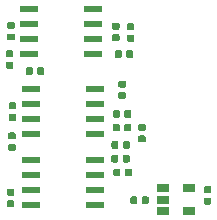
<source format=gbr>
G04 #@! TF.GenerationSoftware,KiCad,Pcbnew,(5.1.4-0)*
G04 #@! TF.CreationDate,2019-10-27T21:20:05-04:00*
G04 #@! TF.ProjectId,DifferentialSPIEncoder,44696666-6572-4656-9e74-69616c535049,rev?*
G04 #@! TF.SameCoordinates,Original*
G04 #@! TF.FileFunction,Paste,Top*
G04 #@! TF.FilePolarity,Positive*
%FSLAX46Y46*%
G04 Gerber Fmt 4.6, Leading zero omitted, Abs format (unit mm)*
G04 Created by KiCad (PCBNEW (5.1.4-0)) date 2019-10-27 21:20:05*
%MOMM*%
%LPD*%
G04 APERTURE LIST*
%ADD10R,1.550000X0.600000*%
%ADD11C,0.100000*%
%ADD12C,0.590000*%
%ADD13R,1.060000X0.650000*%
G04 APERTURE END LIST*
D10*
X117695960Y-68087240D03*
X117695960Y-66817240D03*
X117695960Y-65547240D03*
X117695960Y-64277240D03*
X112295960Y-64277240D03*
X112295960Y-65547240D03*
X112295960Y-66817240D03*
X112295960Y-68087240D03*
D11*
G36*
X110786958Y-58645710D02*
G01*
X110801276Y-58647834D01*
X110815317Y-58651351D01*
X110828946Y-58656228D01*
X110842031Y-58662417D01*
X110854447Y-58669858D01*
X110866073Y-58678481D01*
X110876798Y-58688202D01*
X110886519Y-58698927D01*
X110895142Y-58710553D01*
X110902583Y-58722969D01*
X110908772Y-58736054D01*
X110913649Y-58749683D01*
X110917166Y-58763724D01*
X110919290Y-58778042D01*
X110920000Y-58792500D01*
X110920000Y-59087500D01*
X110919290Y-59101958D01*
X110917166Y-59116276D01*
X110913649Y-59130317D01*
X110908772Y-59143946D01*
X110902583Y-59157031D01*
X110895142Y-59169447D01*
X110886519Y-59181073D01*
X110876798Y-59191798D01*
X110866073Y-59201519D01*
X110854447Y-59210142D01*
X110842031Y-59217583D01*
X110828946Y-59223772D01*
X110815317Y-59228649D01*
X110801276Y-59232166D01*
X110786958Y-59234290D01*
X110772500Y-59235000D01*
X110427500Y-59235000D01*
X110413042Y-59234290D01*
X110398724Y-59232166D01*
X110384683Y-59228649D01*
X110371054Y-59223772D01*
X110357969Y-59217583D01*
X110345553Y-59210142D01*
X110333927Y-59201519D01*
X110323202Y-59191798D01*
X110313481Y-59181073D01*
X110304858Y-59169447D01*
X110297417Y-59157031D01*
X110291228Y-59143946D01*
X110286351Y-59130317D01*
X110282834Y-59116276D01*
X110280710Y-59101958D01*
X110280000Y-59087500D01*
X110280000Y-58792500D01*
X110280710Y-58778042D01*
X110282834Y-58763724D01*
X110286351Y-58749683D01*
X110291228Y-58736054D01*
X110297417Y-58722969D01*
X110304858Y-58710553D01*
X110313481Y-58698927D01*
X110323202Y-58688202D01*
X110333927Y-58678481D01*
X110345553Y-58669858D01*
X110357969Y-58662417D01*
X110371054Y-58656228D01*
X110384683Y-58651351D01*
X110398724Y-58647834D01*
X110413042Y-58645710D01*
X110427500Y-58645000D01*
X110772500Y-58645000D01*
X110786958Y-58645710D01*
X110786958Y-58645710D01*
G37*
D12*
X110600000Y-58940000D03*
D11*
G36*
X110786958Y-59615710D02*
G01*
X110801276Y-59617834D01*
X110815317Y-59621351D01*
X110828946Y-59626228D01*
X110842031Y-59632417D01*
X110854447Y-59639858D01*
X110866073Y-59648481D01*
X110876798Y-59658202D01*
X110886519Y-59668927D01*
X110895142Y-59680553D01*
X110902583Y-59692969D01*
X110908772Y-59706054D01*
X110913649Y-59719683D01*
X110917166Y-59733724D01*
X110919290Y-59748042D01*
X110920000Y-59762500D01*
X110920000Y-60057500D01*
X110919290Y-60071958D01*
X110917166Y-60086276D01*
X110913649Y-60100317D01*
X110908772Y-60113946D01*
X110902583Y-60127031D01*
X110895142Y-60139447D01*
X110886519Y-60151073D01*
X110876798Y-60161798D01*
X110866073Y-60171519D01*
X110854447Y-60180142D01*
X110842031Y-60187583D01*
X110828946Y-60193772D01*
X110815317Y-60198649D01*
X110801276Y-60202166D01*
X110786958Y-60204290D01*
X110772500Y-60205000D01*
X110427500Y-60205000D01*
X110413042Y-60204290D01*
X110398724Y-60202166D01*
X110384683Y-60198649D01*
X110371054Y-60193772D01*
X110357969Y-60187583D01*
X110345553Y-60180142D01*
X110333927Y-60171519D01*
X110323202Y-60161798D01*
X110313481Y-60151073D01*
X110304858Y-60139447D01*
X110297417Y-60127031D01*
X110291228Y-60113946D01*
X110286351Y-60100317D01*
X110282834Y-60086276D01*
X110280710Y-60071958D01*
X110280000Y-60057500D01*
X110280000Y-59762500D01*
X110280710Y-59748042D01*
X110282834Y-59733724D01*
X110286351Y-59719683D01*
X110291228Y-59706054D01*
X110297417Y-59692969D01*
X110304858Y-59680553D01*
X110313481Y-59668927D01*
X110323202Y-59658202D01*
X110333927Y-59648481D01*
X110345553Y-59639858D01*
X110357969Y-59632417D01*
X110371054Y-59626228D01*
X110384683Y-59621351D01*
X110398724Y-59617834D01*
X110413042Y-59615710D01*
X110427500Y-59615000D01*
X110772500Y-59615000D01*
X110786958Y-59615710D01*
X110786958Y-59615710D01*
G37*
D12*
X110600000Y-59910000D03*
D11*
G36*
X110916958Y-65450710D02*
G01*
X110931276Y-65452834D01*
X110945317Y-65456351D01*
X110958946Y-65461228D01*
X110972031Y-65467417D01*
X110984447Y-65474858D01*
X110996073Y-65483481D01*
X111006798Y-65493202D01*
X111016519Y-65503927D01*
X111025142Y-65515553D01*
X111032583Y-65527969D01*
X111038772Y-65541054D01*
X111043649Y-65554683D01*
X111047166Y-65568724D01*
X111049290Y-65583042D01*
X111050000Y-65597500D01*
X111050000Y-65892500D01*
X111049290Y-65906958D01*
X111047166Y-65921276D01*
X111043649Y-65935317D01*
X111038772Y-65948946D01*
X111032583Y-65962031D01*
X111025142Y-65974447D01*
X111016519Y-65986073D01*
X111006798Y-65996798D01*
X110996073Y-66006519D01*
X110984447Y-66015142D01*
X110972031Y-66022583D01*
X110958946Y-66028772D01*
X110945317Y-66033649D01*
X110931276Y-66037166D01*
X110916958Y-66039290D01*
X110902500Y-66040000D01*
X110557500Y-66040000D01*
X110543042Y-66039290D01*
X110528724Y-66037166D01*
X110514683Y-66033649D01*
X110501054Y-66028772D01*
X110487969Y-66022583D01*
X110475553Y-66015142D01*
X110463927Y-66006519D01*
X110453202Y-65996798D01*
X110443481Y-65986073D01*
X110434858Y-65974447D01*
X110427417Y-65962031D01*
X110421228Y-65948946D01*
X110416351Y-65935317D01*
X110412834Y-65921276D01*
X110410710Y-65906958D01*
X110410000Y-65892500D01*
X110410000Y-65597500D01*
X110410710Y-65583042D01*
X110412834Y-65568724D01*
X110416351Y-65554683D01*
X110421228Y-65541054D01*
X110427417Y-65527969D01*
X110434858Y-65515553D01*
X110443481Y-65503927D01*
X110453202Y-65493202D01*
X110463927Y-65483481D01*
X110475553Y-65474858D01*
X110487969Y-65467417D01*
X110501054Y-65461228D01*
X110514683Y-65456351D01*
X110528724Y-65452834D01*
X110543042Y-65450710D01*
X110557500Y-65450000D01*
X110902500Y-65450000D01*
X110916958Y-65450710D01*
X110916958Y-65450710D01*
G37*
D12*
X110730000Y-65745000D03*
D11*
G36*
X110916958Y-66420710D02*
G01*
X110931276Y-66422834D01*
X110945317Y-66426351D01*
X110958946Y-66431228D01*
X110972031Y-66437417D01*
X110984447Y-66444858D01*
X110996073Y-66453481D01*
X111006798Y-66463202D01*
X111016519Y-66473927D01*
X111025142Y-66485553D01*
X111032583Y-66497969D01*
X111038772Y-66511054D01*
X111043649Y-66524683D01*
X111047166Y-66538724D01*
X111049290Y-66553042D01*
X111050000Y-66567500D01*
X111050000Y-66862500D01*
X111049290Y-66876958D01*
X111047166Y-66891276D01*
X111043649Y-66905317D01*
X111038772Y-66918946D01*
X111032583Y-66932031D01*
X111025142Y-66944447D01*
X111016519Y-66956073D01*
X111006798Y-66966798D01*
X110996073Y-66976519D01*
X110984447Y-66985142D01*
X110972031Y-66992583D01*
X110958946Y-66998772D01*
X110945317Y-67003649D01*
X110931276Y-67007166D01*
X110916958Y-67009290D01*
X110902500Y-67010000D01*
X110557500Y-67010000D01*
X110543042Y-67009290D01*
X110528724Y-67007166D01*
X110514683Y-67003649D01*
X110501054Y-66998772D01*
X110487969Y-66992583D01*
X110475553Y-66985142D01*
X110463927Y-66976519D01*
X110453202Y-66966798D01*
X110443481Y-66956073D01*
X110434858Y-66944447D01*
X110427417Y-66932031D01*
X110421228Y-66918946D01*
X110416351Y-66905317D01*
X110412834Y-66891276D01*
X110410710Y-66876958D01*
X110410000Y-66862500D01*
X110410000Y-66567500D01*
X110410710Y-66553042D01*
X110412834Y-66538724D01*
X110416351Y-66524683D01*
X110421228Y-66511054D01*
X110427417Y-66497969D01*
X110434858Y-66485553D01*
X110443481Y-66473927D01*
X110453202Y-66463202D01*
X110463927Y-66453481D01*
X110475553Y-66444858D01*
X110487969Y-66437417D01*
X110501054Y-66431228D01*
X110514683Y-66426351D01*
X110528724Y-66422834D01*
X110543042Y-66420710D01*
X110557500Y-66420000D01*
X110902500Y-66420000D01*
X110916958Y-66420710D01*
X110916958Y-66420710D01*
G37*
D12*
X110730000Y-66715000D03*
D11*
G36*
X119727518Y-71059790D02*
G01*
X119741836Y-71061914D01*
X119755877Y-71065431D01*
X119769506Y-71070308D01*
X119782591Y-71076497D01*
X119795007Y-71083938D01*
X119806633Y-71092561D01*
X119817358Y-71102282D01*
X119827079Y-71113007D01*
X119835702Y-71124633D01*
X119843143Y-71137049D01*
X119849332Y-71150134D01*
X119854209Y-71163763D01*
X119857726Y-71177804D01*
X119859850Y-71192122D01*
X119860560Y-71206580D01*
X119860560Y-71551580D01*
X119859850Y-71566038D01*
X119857726Y-71580356D01*
X119854209Y-71594397D01*
X119849332Y-71608026D01*
X119843143Y-71621111D01*
X119835702Y-71633527D01*
X119827079Y-71645153D01*
X119817358Y-71655878D01*
X119806633Y-71665599D01*
X119795007Y-71674222D01*
X119782591Y-71681663D01*
X119769506Y-71687852D01*
X119755877Y-71692729D01*
X119741836Y-71696246D01*
X119727518Y-71698370D01*
X119713060Y-71699080D01*
X119418060Y-71699080D01*
X119403602Y-71698370D01*
X119389284Y-71696246D01*
X119375243Y-71692729D01*
X119361614Y-71687852D01*
X119348529Y-71681663D01*
X119336113Y-71674222D01*
X119324487Y-71665599D01*
X119313762Y-71655878D01*
X119304041Y-71645153D01*
X119295418Y-71633527D01*
X119287977Y-71621111D01*
X119281788Y-71608026D01*
X119276911Y-71594397D01*
X119273394Y-71580356D01*
X119271270Y-71566038D01*
X119270560Y-71551580D01*
X119270560Y-71206580D01*
X119271270Y-71192122D01*
X119273394Y-71177804D01*
X119276911Y-71163763D01*
X119281788Y-71150134D01*
X119287977Y-71137049D01*
X119295418Y-71124633D01*
X119304041Y-71113007D01*
X119313762Y-71102282D01*
X119324487Y-71092561D01*
X119336113Y-71083938D01*
X119348529Y-71076497D01*
X119361614Y-71070308D01*
X119375243Y-71065431D01*
X119389284Y-71061914D01*
X119403602Y-71059790D01*
X119418060Y-71059080D01*
X119713060Y-71059080D01*
X119727518Y-71059790D01*
X119727518Y-71059790D01*
G37*
D12*
X119565560Y-71379080D03*
D11*
G36*
X120697518Y-71059790D02*
G01*
X120711836Y-71061914D01*
X120725877Y-71065431D01*
X120739506Y-71070308D01*
X120752591Y-71076497D01*
X120765007Y-71083938D01*
X120776633Y-71092561D01*
X120787358Y-71102282D01*
X120797079Y-71113007D01*
X120805702Y-71124633D01*
X120813143Y-71137049D01*
X120819332Y-71150134D01*
X120824209Y-71163763D01*
X120827726Y-71177804D01*
X120829850Y-71192122D01*
X120830560Y-71206580D01*
X120830560Y-71551580D01*
X120829850Y-71566038D01*
X120827726Y-71580356D01*
X120824209Y-71594397D01*
X120819332Y-71608026D01*
X120813143Y-71621111D01*
X120805702Y-71633527D01*
X120797079Y-71645153D01*
X120787358Y-71655878D01*
X120776633Y-71665599D01*
X120765007Y-71674222D01*
X120752591Y-71681663D01*
X120739506Y-71687852D01*
X120725877Y-71692729D01*
X120711836Y-71696246D01*
X120697518Y-71698370D01*
X120683060Y-71699080D01*
X120388060Y-71699080D01*
X120373602Y-71698370D01*
X120359284Y-71696246D01*
X120345243Y-71692729D01*
X120331614Y-71687852D01*
X120318529Y-71681663D01*
X120306113Y-71674222D01*
X120294487Y-71665599D01*
X120283762Y-71655878D01*
X120274041Y-71645153D01*
X120265418Y-71633527D01*
X120257977Y-71621111D01*
X120251788Y-71608026D01*
X120246911Y-71594397D01*
X120243394Y-71580356D01*
X120241270Y-71566038D01*
X120240560Y-71551580D01*
X120240560Y-71206580D01*
X120241270Y-71192122D01*
X120243394Y-71177804D01*
X120246911Y-71163763D01*
X120251788Y-71150134D01*
X120257977Y-71137049D01*
X120265418Y-71124633D01*
X120274041Y-71113007D01*
X120283762Y-71102282D01*
X120294487Y-71092561D01*
X120306113Y-71083938D01*
X120318529Y-71076497D01*
X120331614Y-71070308D01*
X120345243Y-71065431D01*
X120359284Y-71061914D01*
X120373602Y-71059790D01*
X120388060Y-71059080D01*
X120683060Y-71059080D01*
X120697518Y-71059790D01*
X120697518Y-71059790D01*
G37*
D12*
X120535560Y-71379080D03*
D11*
G36*
X120191798Y-63602230D02*
G01*
X120206116Y-63604354D01*
X120220157Y-63607871D01*
X120233786Y-63612748D01*
X120246871Y-63618937D01*
X120259287Y-63626378D01*
X120270913Y-63635001D01*
X120281638Y-63644722D01*
X120291359Y-63655447D01*
X120299982Y-63667073D01*
X120307423Y-63679489D01*
X120313612Y-63692574D01*
X120318489Y-63706203D01*
X120322006Y-63720244D01*
X120324130Y-63734562D01*
X120324840Y-63749020D01*
X120324840Y-64044020D01*
X120324130Y-64058478D01*
X120322006Y-64072796D01*
X120318489Y-64086837D01*
X120313612Y-64100466D01*
X120307423Y-64113551D01*
X120299982Y-64125967D01*
X120291359Y-64137593D01*
X120281638Y-64148318D01*
X120270913Y-64158039D01*
X120259287Y-64166662D01*
X120246871Y-64174103D01*
X120233786Y-64180292D01*
X120220157Y-64185169D01*
X120206116Y-64188686D01*
X120191798Y-64190810D01*
X120177340Y-64191520D01*
X119832340Y-64191520D01*
X119817882Y-64190810D01*
X119803564Y-64188686D01*
X119789523Y-64185169D01*
X119775894Y-64180292D01*
X119762809Y-64174103D01*
X119750393Y-64166662D01*
X119738767Y-64158039D01*
X119728042Y-64148318D01*
X119718321Y-64137593D01*
X119709698Y-64125967D01*
X119702257Y-64113551D01*
X119696068Y-64100466D01*
X119691191Y-64086837D01*
X119687674Y-64072796D01*
X119685550Y-64058478D01*
X119684840Y-64044020D01*
X119684840Y-63749020D01*
X119685550Y-63734562D01*
X119687674Y-63720244D01*
X119691191Y-63706203D01*
X119696068Y-63692574D01*
X119702257Y-63679489D01*
X119709698Y-63667073D01*
X119718321Y-63655447D01*
X119728042Y-63644722D01*
X119738767Y-63635001D01*
X119750393Y-63626378D01*
X119762809Y-63618937D01*
X119775894Y-63612748D01*
X119789523Y-63607871D01*
X119803564Y-63604354D01*
X119817882Y-63602230D01*
X119832340Y-63601520D01*
X120177340Y-63601520D01*
X120191798Y-63602230D01*
X120191798Y-63602230D01*
G37*
D12*
X120004840Y-63896520D03*
D11*
G36*
X120191798Y-64572230D02*
G01*
X120206116Y-64574354D01*
X120220157Y-64577871D01*
X120233786Y-64582748D01*
X120246871Y-64588937D01*
X120259287Y-64596378D01*
X120270913Y-64605001D01*
X120281638Y-64614722D01*
X120291359Y-64625447D01*
X120299982Y-64637073D01*
X120307423Y-64649489D01*
X120313612Y-64662574D01*
X120318489Y-64676203D01*
X120322006Y-64690244D01*
X120324130Y-64704562D01*
X120324840Y-64719020D01*
X120324840Y-65014020D01*
X120324130Y-65028478D01*
X120322006Y-65042796D01*
X120318489Y-65056837D01*
X120313612Y-65070466D01*
X120307423Y-65083551D01*
X120299982Y-65095967D01*
X120291359Y-65107593D01*
X120281638Y-65118318D01*
X120270913Y-65128039D01*
X120259287Y-65136662D01*
X120246871Y-65144103D01*
X120233786Y-65150292D01*
X120220157Y-65155169D01*
X120206116Y-65158686D01*
X120191798Y-65160810D01*
X120177340Y-65161520D01*
X119832340Y-65161520D01*
X119817882Y-65160810D01*
X119803564Y-65158686D01*
X119789523Y-65155169D01*
X119775894Y-65150292D01*
X119762809Y-65144103D01*
X119750393Y-65136662D01*
X119738767Y-65128039D01*
X119728042Y-65118318D01*
X119718321Y-65107593D01*
X119709698Y-65095967D01*
X119702257Y-65083551D01*
X119696068Y-65070466D01*
X119691191Y-65056837D01*
X119687674Y-65042796D01*
X119685550Y-65028478D01*
X119684840Y-65014020D01*
X119684840Y-64719020D01*
X119685550Y-64704562D01*
X119687674Y-64690244D01*
X119691191Y-64676203D01*
X119696068Y-64662574D01*
X119702257Y-64649489D01*
X119709698Y-64637073D01*
X119718321Y-64625447D01*
X119728042Y-64614722D01*
X119738767Y-64605001D01*
X119750393Y-64596378D01*
X119762809Y-64588937D01*
X119775894Y-64582748D01*
X119789523Y-64577871D01*
X119803564Y-64574354D01*
X119817882Y-64572230D01*
X119832340Y-64571520D01*
X120177340Y-64571520D01*
X120191798Y-64572230D01*
X120191798Y-64572230D01*
G37*
D12*
X120004840Y-64866520D03*
D11*
G36*
X119684478Y-66106790D02*
G01*
X119698796Y-66108914D01*
X119712837Y-66112431D01*
X119726466Y-66117308D01*
X119739551Y-66123497D01*
X119751967Y-66130938D01*
X119763593Y-66139561D01*
X119774318Y-66149282D01*
X119784039Y-66160007D01*
X119792662Y-66171633D01*
X119800103Y-66184049D01*
X119806292Y-66197134D01*
X119811169Y-66210763D01*
X119814686Y-66224804D01*
X119816810Y-66239122D01*
X119817520Y-66253580D01*
X119817520Y-66598580D01*
X119816810Y-66613038D01*
X119814686Y-66627356D01*
X119811169Y-66641397D01*
X119806292Y-66655026D01*
X119800103Y-66668111D01*
X119792662Y-66680527D01*
X119784039Y-66692153D01*
X119774318Y-66702878D01*
X119763593Y-66712599D01*
X119751967Y-66721222D01*
X119739551Y-66728663D01*
X119726466Y-66734852D01*
X119712837Y-66739729D01*
X119698796Y-66743246D01*
X119684478Y-66745370D01*
X119670020Y-66746080D01*
X119375020Y-66746080D01*
X119360562Y-66745370D01*
X119346244Y-66743246D01*
X119332203Y-66739729D01*
X119318574Y-66734852D01*
X119305489Y-66728663D01*
X119293073Y-66721222D01*
X119281447Y-66712599D01*
X119270722Y-66702878D01*
X119261001Y-66692153D01*
X119252378Y-66680527D01*
X119244937Y-66668111D01*
X119238748Y-66655026D01*
X119233871Y-66641397D01*
X119230354Y-66627356D01*
X119228230Y-66613038D01*
X119227520Y-66598580D01*
X119227520Y-66253580D01*
X119228230Y-66239122D01*
X119230354Y-66224804D01*
X119233871Y-66210763D01*
X119238748Y-66197134D01*
X119244937Y-66184049D01*
X119252378Y-66171633D01*
X119261001Y-66160007D01*
X119270722Y-66149282D01*
X119281447Y-66139561D01*
X119293073Y-66130938D01*
X119305489Y-66123497D01*
X119318574Y-66117308D01*
X119332203Y-66112431D01*
X119346244Y-66108914D01*
X119360562Y-66106790D01*
X119375020Y-66106080D01*
X119670020Y-66106080D01*
X119684478Y-66106790D01*
X119684478Y-66106790D01*
G37*
D12*
X119522520Y-66426080D03*
D11*
G36*
X120654478Y-66106790D02*
G01*
X120668796Y-66108914D01*
X120682837Y-66112431D01*
X120696466Y-66117308D01*
X120709551Y-66123497D01*
X120721967Y-66130938D01*
X120733593Y-66139561D01*
X120744318Y-66149282D01*
X120754039Y-66160007D01*
X120762662Y-66171633D01*
X120770103Y-66184049D01*
X120776292Y-66197134D01*
X120781169Y-66210763D01*
X120784686Y-66224804D01*
X120786810Y-66239122D01*
X120787520Y-66253580D01*
X120787520Y-66598580D01*
X120786810Y-66613038D01*
X120784686Y-66627356D01*
X120781169Y-66641397D01*
X120776292Y-66655026D01*
X120770103Y-66668111D01*
X120762662Y-66680527D01*
X120754039Y-66692153D01*
X120744318Y-66702878D01*
X120733593Y-66712599D01*
X120721967Y-66721222D01*
X120709551Y-66728663D01*
X120696466Y-66734852D01*
X120682837Y-66739729D01*
X120668796Y-66743246D01*
X120654478Y-66745370D01*
X120640020Y-66746080D01*
X120345020Y-66746080D01*
X120330562Y-66745370D01*
X120316244Y-66743246D01*
X120302203Y-66739729D01*
X120288574Y-66734852D01*
X120275489Y-66728663D01*
X120263073Y-66721222D01*
X120251447Y-66712599D01*
X120240722Y-66702878D01*
X120231001Y-66692153D01*
X120222378Y-66680527D01*
X120214937Y-66668111D01*
X120208748Y-66655026D01*
X120203871Y-66641397D01*
X120200354Y-66627356D01*
X120198230Y-66613038D01*
X120197520Y-66598580D01*
X120197520Y-66253580D01*
X120198230Y-66239122D01*
X120200354Y-66224804D01*
X120203871Y-66210763D01*
X120208748Y-66197134D01*
X120214937Y-66184049D01*
X120222378Y-66171633D01*
X120231001Y-66160007D01*
X120240722Y-66149282D01*
X120251447Y-66139561D01*
X120263073Y-66130938D01*
X120275489Y-66123497D01*
X120288574Y-66117308D01*
X120302203Y-66112431D01*
X120316244Y-66108914D01*
X120330562Y-66106790D01*
X120345020Y-66106080D01*
X120640020Y-66106080D01*
X120654478Y-66106790D01*
X120654478Y-66106790D01*
G37*
D12*
X120492520Y-66426080D03*
D11*
G36*
X119658398Y-58707510D02*
G01*
X119672716Y-58709634D01*
X119686757Y-58713151D01*
X119700386Y-58718028D01*
X119713471Y-58724217D01*
X119725887Y-58731658D01*
X119737513Y-58740281D01*
X119748238Y-58750002D01*
X119757959Y-58760727D01*
X119766582Y-58772353D01*
X119774023Y-58784769D01*
X119780212Y-58797854D01*
X119785089Y-58811483D01*
X119788606Y-58825524D01*
X119790730Y-58839842D01*
X119791440Y-58854300D01*
X119791440Y-59149300D01*
X119790730Y-59163758D01*
X119788606Y-59178076D01*
X119785089Y-59192117D01*
X119780212Y-59205746D01*
X119774023Y-59218831D01*
X119766582Y-59231247D01*
X119757959Y-59242873D01*
X119748238Y-59253598D01*
X119737513Y-59263319D01*
X119725887Y-59271942D01*
X119713471Y-59279383D01*
X119700386Y-59285572D01*
X119686757Y-59290449D01*
X119672716Y-59293966D01*
X119658398Y-59296090D01*
X119643940Y-59296800D01*
X119298940Y-59296800D01*
X119284482Y-59296090D01*
X119270164Y-59293966D01*
X119256123Y-59290449D01*
X119242494Y-59285572D01*
X119229409Y-59279383D01*
X119216993Y-59271942D01*
X119205367Y-59263319D01*
X119194642Y-59253598D01*
X119184921Y-59242873D01*
X119176298Y-59231247D01*
X119168857Y-59218831D01*
X119162668Y-59205746D01*
X119157791Y-59192117D01*
X119154274Y-59178076D01*
X119152150Y-59163758D01*
X119151440Y-59149300D01*
X119151440Y-58854300D01*
X119152150Y-58839842D01*
X119154274Y-58825524D01*
X119157791Y-58811483D01*
X119162668Y-58797854D01*
X119168857Y-58784769D01*
X119176298Y-58772353D01*
X119184921Y-58760727D01*
X119194642Y-58750002D01*
X119205367Y-58740281D01*
X119216993Y-58731658D01*
X119229409Y-58724217D01*
X119242494Y-58718028D01*
X119256123Y-58713151D01*
X119270164Y-58709634D01*
X119284482Y-58707510D01*
X119298940Y-58706800D01*
X119643940Y-58706800D01*
X119658398Y-58707510D01*
X119658398Y-58707510D01*
G37*
D12*
X119471440Y-59001800D03*
D11*
G36*
X119658398Y-59677510D02*
G01*
X119672716Y-59679634D01*
X119686757Y-59683151D01*
X119700386Y-59688028D01*
X119713471Y-59694217D01*
X119725887Y-59701658D01*
X119737513Y-59710281D01*
X119748238Y-59720002D01*
X119757959Y-59730727D01*
X119766582Y-59742353D01*
X119774023Y-59754769D01*
X119780212Y-59767854D01*
X119785089Y-59781483D01*
X119788606Y-59795524D01*
X119790730Y-59809842D01*
X119791440Y-59824300D01*
X119791440Y-60119300D01*
X119790730Y-60133758D01*
X119788606Y-60148076D01*
X119785089Y-60162117D01*
X119780212Y-60175746D01*
X119774023Y-60188831D01*
X119766582Y-60201247D01*
X119757959Y-60212873D01*
X119748238Y-60223598D01*
X119737513Y-60233319D01*
X119725887Y-60241942D01*
X119713471Y-60249383D01*
X119700386Y-60255572D01*
X119686757Y-60260449D01*
X119672716Y-60263966D01*
X119658398Y-60266090D01*
X119643940Y-60266800D01*
X119298940Y-60266800D01*
X119284482Y-60266090D01*
X119270164Y-60263966D01*
X119256123Y-60260449D01*
X119242494Y-60255572D01*
X119229409Y-60249383D01*
X119216993Y-60241942D01*
X119205367Y-60233319D01*
X119194642Y-60223598D01*
X119184921Y-60212873D01*
X119176298Y-60201247D01*
X119168857Y-60188831D01*
X119162668Y-60175746D01*
X119157791Y-60162117D01*
X119154274Y-60148076D01*
X119152150Y-60133758D01*
X119151440Y-60119300D01*
X119151440Y-59824300D01*
X119152150Y-59809842D01*
X119154274Y-59795524D01*
X119157791Y-59781483D01*
X119162668Y-59767854D01*
X119168857Y-59754769D01*
X119176298Y-59742353D01*
X119184921Y-59730727D01*
X119194642Y-59720002D01*
X119205367Y-59710281D01*
X119216993Y-59701658D01*
X119229409Y-59694217D01*
X119242494Y-59688028D01*
X119256123Y-59683151D01*
X119270164Y-59679634D01*
X119284482Y-59677510D01*
X119298940Y-59676800D01*
X119643940Y-59676800D01*
X119658398Y-59677510D01*
X119658398Y-59677510D01*
G37*
D12*
X119471440Y-59971800D03*
D11*
G36*
X119567358Y-68738230D02*
G01*
X119581676Y-68740354D01*
X119595717Y-68743871D01*
X119609346Y-68748748D01*
X119622431Y-68754937D01*
X119634847Y-68762378D01*
X119646473Y-68771001D01*
X119657198Y-68780722D01*
X119666919Y-68791447D01*
X119675542Y-68803073D01*
X119682983Y-68815489D01*
X119689172Y-68828574D01*
X119694049Y-68842203D01*
X119697566Y-68856244D01*
X119699690Y-68870562D01*
X119700400Y-68885020D01*
X119700400Y-69230020D01*
X119699690Y-69244478D01*
X119697566Y-69258796D01*
X119694049Y-69272837D01*
X119689172Y-69286466D01*
X119682983Y-69299551D01*
X119675542Y-69311967D01*
X119666919Y-69323593D01*
X119657198Y-69334318D01*
X119646473Y-69344039D01*
X119634847Y-69352662D01*
X119622431Y-69360103D01*
X119609346Y-69366292D01*
X119595717Y-69371169D01*
X119581676Y-69374686D01*
X119567358Y-69376810D01*
X119552900Y-69377520D01*
X119257900Y-69377520D01*
X119243442Y-69376810D01*
X119229124Y-69374686D01*
X119215083Y-69371169D01*
X119201454Y-69366292D01*
X119188369Y-69360103D01*
X119175953Y-69352662D01*
X119164327Y-69344039D01*
X119153602Y-69334318D01*
X119143881Y-69323593D01*
X119135258Y-69311967D01*
X119127817Y-69299551D01*
X119121628Y-69286466D01*
X119116751Y-69272837D01*
X119113234Y-69258796D01*
X119111110Y-69244478D01*
X119110400Y-69230020D01*
X119110400Y-68885020D01*
X119111110Y-68870562D01*
X119113234Y-68856244D01*
X119116751Y-68842203D01*
X119121628Y-68828574D01*
X119127817Y-68815489D01*
X119135258Y-68803073D01*
X119143881Y-68791447D01*
X119153602Y-68780722D01*
X119164327Y-68771001D01*
X119175953Y-68762378D01*
X119188369Y-68754937D01*
X119201454Y-68748748D01*
X119215083Y-68743871D01*
X119229124Y-68740354D01*
X119243442Y-68738230D01*
X119257900Y-68737520D01*
X119552900Y-68737520D01*
X119567358Y-68738230D01*
X119567358Y-68738230D01*
G37*
D12*
X119405400Y-69057520D03*
D11*
G36*
X120537358Y-68738230D02*
G01*
X120551676Y-68740354D01*
X120565717Y-68743871D01*
X120579346Y-68748748D01*
X120592431Y-68754937D01*
X120604847Y-68762378D01*
X120616473Y-68771001D01*
X120627198Y-68780722D01*
X120636919Y-68791447D01*
X120645542Y-68803073D01*
X120652983Y-68815489D01*
X120659172Y-68828574D01*
X120664049Y-68842203D01*
X120667566Y-68856244D01*
X120669690Y-68870562D01*
X120670400Y-68885020D01*
X120670400Y-69230020D01*
X120669690Y-69244478D01*
X120667566Y-69258796D01*
X120664049Y-69272837D01*
X120659172Y-69286466D01*
X120652983Y-69299551D01*
X120645542Y-69311967D01*
X120636919Y-69323593D01*
X120627198Y-69334318D01*
X120616473Y-69344039D01*
X120604847Y-69352662D01*
X120592431Y-69360103D01*
X120579346Y-69366292D01*
X120565717Y-69371169D01*
X120551676Y-69374686D01*
X120537358Y-69376810D01*
X120522900Y-69377520D01*
X120227900Y-69377520D01*
X120213442Y-69376810D01*
X120199124Y-69374686D01*
X120185083Y-69371169D01*
X120171454Y-69366292D01*
X120158369Y-69360103D01*
X120145953Y-69352662D01*
X120134327Y-69344039D01*
X120123602Y-69334318D01*
X120113881Y-69323593D01*
X120105258Y-69311967D01*
X120097817Y-69299551D01*
X120091628Y-69286466D01*
X120086751Y-69272837D01*
X120083234Y-69258796D01*
X120081110Y-69244478D01*
X120080400Y-69230020D01*
X120080400Y-68885020D01*
X120081110Y-68870562D01*
X120083234Y-68856244D01*
X120086751Y-68842203D01*
X120091628Y-68828574D01*
X120097817Y-68815489D01*
X120105258Y-68803073D01*
X120113881Y-68791447D01*
X120123602Y-68780722D01*
X120134327Y-68771001D01*
X120145953Y-68762378D01*
X120158369Y-68754937D01*
X120171454Y-68748748D01*
X120185083Y-68743871D01*
X120199124Y-68740354D01*
X120213442Y-68738230D01*
X120227900Y-68737520D01*
X120522900Y-68737520D01*
X120537358Y-68738230D01*
X120537358Y-68738230D01*
G37*
D12*
X120375400Y-69057520D03*
D11*
G36*
X120821838Y-61036950D02*
G01*
X120836156Y-61039074D01*
X120850197Y-61042591D01*
X120863826Y-61047468D01*
X120876911Y-61053657D01*
X120889327Y-61061098D01*
X120900953Y-61069721D01*
X120911678Y-61079442D01*
X120921399Y-61090167D01*
X120930022Y-61101793D01*
X120937463Y-61114209D01*
X120943652Y-61127294D01*
X120948529Y-61140923D01*
X120952046Y-61154964D01*
X120954170Y-61169282D01*
X120954880Y-61183740D01*
X120954880Y-61528740D01*
X120954170Y-61543198D01*
X120952046Y-61557516D01*
X120948529Y-61571557D01*
X120943652Y-61585186D01*
X120937463Y-61598271D01*
X120930022Y-61610687D01*
X120921399Y-61622313D01*
X120911678Y-61633038D01*
X120900953Y-61642759D01*
X120889327Y-61651382D01*
X120876911Y-61658823D01*
X120863826Y-61665012D01*
X120850197Y-61669889D01*
X120836156Y-61673406D01*
X120821838Y-61675530D01*
X120807380Y-61676240D01*
X120512380Y-61676240D01*
X120497922Y-61675530D01*
X120483604Y-61673406D01*
X120469563Y-61669889D01*
X120455934Y-61665012D01*
X120442849Y-61658823D01*
X120430433Y-61651382D01*
X120418807Y-61642759D01*
X120408082Y-61633038D01*
X120398361Y-61622313D01*
X120389738Y-61610687D01*
X120382297Y-61598271D01*
X120376108Y-61585186D01*
X120371231Y-61571557D01*
X120367714Y-61557516D01*
X120365590Y-61543198D01*
X120364880Y-61528740D01*
X120364880Y-61183740D01*
X120365590Y-61169282D01*
X120367714Y-61154964D01*
X120371231Y-61140923D01*
X120376108Y-61127294D01*
X120382297Y-61114209D01*
X120389738Y-61101793D01*
X120398361Y-61090167D01*
X120408082Y-61079442D01*
X120418807Y-61069721D01*
X120430433Y-61061098D01*
X120442849Y-61053657D01*
X120455934Y-61047468D01*
X120469563Y-61042591D01*
X120483604Y-61039074D01*
X120497922Y-61036950D01*
X120512380Y-61036240D01*
X120807380Y-61036240D01*
X120821838Y-61036950D01*
X120821838Y-61036950D01*
G37*
D12*
X120659880Y-61356240D03*
D11*
G36*
X119851838Y-61036950D02*
G01*
X119866156Y-61039074D01*
X119880197Y-61042591D01*
X119893826Y-61047468D01*
X119906911Y-61053657D01*
X119919327Y-61061098D01*
X119930953Y-61069721D01*
X119941678Y-61079442D01*
X119951399Y-61090167D01*
X119960022Y-61101793D01*
X119967463Y-61114209D01*
X119973652Y-61127294D01*
X119978529Y-61140923D01*
X119982046Y-61154964D01*
X119984170Y-61169282D01*
X119984880Y-61183740D01*
X119984880Y-61528740D01*
X119984170Y-61543198D01*
X119982046Y-61557516D01*
X119978529Y-61571557D01*
X119973652Y-61585186D01*
X119967463Y-61598271D01*
X119960022Y-61610687D01*
X119951399Y-61622313D01*
X119941678Y-61633038D01*
X119930953Y-61642759D01*
X119919327Y-61651382D01*
X119906911Y-61658823D01*
X119893826Y-61665012D01*
X119880197Y-61669889D01*
X119866156Y-61673406D01*
X119851838Y-61675530D01*
X119837380Y-61676240D01*
X119542380Y-61676240D01*
X119527922Y-61675530D01*
X119513604Y-61673406D01*
X119499563Y-61669889D01*
X119485934Y-61665012D01*
X119472849Y-61658823D01*
X119460433Y-61651382D01*
X119448807Y-61642759D01*
X119438082Y-61633038D01*
X119428361Y-61622313D01*
X119419738Y-61610687D01*
X119412297Y-61598271D01*
X119406108Y-61585186D01*
X119401231Y-61571557D01*
X119397714Y-61557516D01*
X119395590Y-61543198D01*
X119394880Y-61528740D01*
X119394880Y-61183740D01*
X119395590Y-61169282D01*
X119397714Y-61154964D01*
X119401231Y-61140923D01*
X119406108Y-61127294D01*
X119412297Y-61114209D01*
X119419738Y-61101793D01*
X119428361Y-61090167D01*
X119438082Y-61079442D01*
X119448807Y-61069721D01*
X119460433Y-61061098D01*
X119472849Y-61053657D01*
X119485934Y-61047468D01*
X119499563Y-61042591D01*
X119513604Y-61039074D01*
X119527922Y-61036950D01*
X119542380Y-61036240D01*
X119837380Y-61036240D01*
X119851838Y-61036950D01*
X119851838Y-61036950D01*
G37*
D12*
X119689880Y-61356240D03*
D11*
G36*
X120644038Y-67254870D02*
G01*
X120658356Y-67256994D01*
X120672397Y-67260511D01*
X120686026Y-67265388D01*
X120699111Y-67271577D01*
X120711527Y-67279018D01*
X120723153Y-67287641D01*
X120733878Y-67297362D01*
X120743599Y-67308087D01*
X120752222Y-67319713D01*
X120759663Y-67332129D01*
X120765852Y-67345214D01*
X120770729Y-67358843D01*
X120774246Y-67372884D01*
X120776370Y-67387202D01*
X120777080Y-67401660D01*
X120777080Y-67746660D01*
X120776370Y-67761118D01*
X120774246Y-67775436D01*
X120770729Y-67789477D01*
X120765852Y-67803106D01*
X120759663Y-67816191D01*
X120752222Y-67828607D01*
X120743599Y-67840233D01*
X120733878Y-67850958D01*
X120723153Y-67860679D01*
X120711527Y-67869302D01*
X120699111Y-67876743D01*
X120686026Y-67882932D01*
X120672397Y-67887809D01*
X120658356Y-67891326D01*
X120644038Y-67893450D01*
X120629580Y-67894160D01*
X120334580Y-67894160D01*
X120320122Y-67893450D01*
X120305804Y-67891326D01*
X120291763Y-67887809D01*
X120278134Y-67882932D01*
X120265049Y-67876743D01*
X120252633Y-67869302D01*
X120241007Y-67860679D01*
X120230282Y-67850958D01*
X120220561Y-67840233D01*
X120211938Y-67828607D01*
X120204497Y-67816191D01*
X120198308Y-67803106D01*
X120193431Y-67789477D01*
X120189914Y-67775436D01*
X120187790Y-67761118D01*
X120187080Y-67746660D01*
X120187080Y-67401660D01*
X120187790Y-67387202D01*
X120189914Y-67372884D01*
X120193431Y-67358843D01*
X120198308Y-67345214D01*
X120204497Y-67332129D01*
X120211938Y-67319713D01*
X120220561Y-67308087D01*
X120230282Y-67297362D01*
X120241007Y-67287641D01*
X120252633Y-67279018D01*
X120265049Y-67271577D01*
X120278134Y-67265388D01*
X120291763Y-67260511D01*
X120305804Y-67256994D01*
X120320122Y-67254870D01*
X120334580Y-67254160D01*
X120629580Y-67254160D01*
X120644038Y-67254870D01*
X120644038Y-67254870D01*
G37*
D12*
X120482080Y-67574160D03*
D11*
G36*
X119674038Y-67254870D02*
G01*
X119688356Y-67256994D01*
X119702397Y-67260511D01*
X119716026Y-67265388D01*
X119729111Y-67271577D01*
X119741527Y-67279018D01*
X119753153Y-67287641D01*
X119763878Y-67297362D01*
X119773599Y-67308087D01*
X119782222Y-67319713D01*
X119789663Y-67332129D01*
X119795852Y-67345214D01*
X119800729Y-67358843D01*
X119804246Y-67372884D01*
X119806370Y-67387202D01*
X119807080Y-67401660D01*
X119807080Y-67746660D01*
X119806370Y-67761118D01*
X119804246Y-67775436D01*
X119800729Y-67789477D01*
X119795852Y-67803106D01*
X119789663Y-67816191D01*
X119782222Y-67828607D01*
X119773599Y-67840233D01*
X119763878Y-67850958D01*
X119753153Y-67860679D01*
X119741527Y-67869302D01*
X119729111Y-67876743D01*
X119716026Y-67882932D01*
X119702397Y-67887809D01*
X119688356Y-67891326D01*
X119674038Y-67893450D01*
X119659580Y-67894160D01*
X119364580Y-67894160D01*
X119350122Y-67893450D01*
X119335804Y-67891326D01*
X119321763Y-67887809D01*
X119308134Y-67882932D01*
X119295049Y-67876743D01*
X119282633Y-67869302D01*
X119271007Y-67860679D01*
X119260282Y-67850958D01*
X119250561Y-67840233D01*
X119241938Y-67828607D01*
X119234497Y-67816191D01*
X119228308Y-67803106D01*
X119223431Y-67789477D01*
X119219914Y-67775436D01*
X119217790Y-67761118D01*
X119217080Y-67746660D01*
X119217080Y-67401660D01*
X119217790Y-67387202D01*
X119219914Y-67372884D01*
X119223431Y-67358843D01*
X119228308Y-67345214D01*
X119234497Y-67332129D01*
X119241938Y-67319713D01*
X119250561Y-67308087D01*
X119260282Y-67297362D01*
X119271007Y-67287641D01*
X119282633Y-67279018D01*
X119295049Y-67271577D01*
X119308134Y-67265388D01*
X119321763Y-67260511D01*
X119335804Y-67256994D01*
X119350122Y-67254870D01*
X119364580Y-67254160D01*
X119659580Y-67254160D01*
X119674038Y-67254870D01*
X119674038Y-67254870D01*
G37*
D12*
X119512080Y-67574160D03*
D11*
G36*
X113276958Y-62480710D02*
G01*
X113291276Y-62482834D01*
X113305317Y-62486351D01*
X113318946Y-62491228D01*
X113332031Y-62497417D01*
X113344447Y-62504858D01*
X113356073Y-62513481D01*
X113366798Y-62523202D01*
X113376519Y-62533927D01*
X113385142Y-62545553D01*
X113392583Y-62557969D01*
X113398772Y-62571054D01*
X113403649Y-62584683D01*
X113407166Y-62598724D01*
X113409290Y-62613042D01*
X113410000Y-62627500D01*
X113410000Y-62972500D01*
X113409290Y-62986958D01*
X113407166Y-63001276D01*
X113403649Y-63015317D01*
X113398772Y-63028946D01*
X113392583Y-63042031D01*
X113385142Y-63054447D01*
X113376519Y-63066073D01*
X113366798Y-63076798D01*
X113356073Y-63086519D01*
X113344447Y-63095142D01*
X113332031Y-63102583D01*
X113318946Y-63108772D01*
X113305317Y-63113649D01*
X113291276Y-63117166D01*
X113276958Y-63119290D01*
X113262500Y-63120000D01*
X112967500Y-63120000D01*
X112953042Y-63119290D01*
X112938724Y-63117166D01*
X112924683Y-63113649D01*
X112911054Y-63108772D01*
X112897969Y-63102583D01*
X112885553Y-63095142D01*
X112873927Y-63086519D01*
X112863202Y-63076798D01*
X112853481Y-63066073D01*
X112844858Y-63054447D01*
X112837417Y-63042031D01*
X112831228Y-63028946D01*
X112826351Y-63015317D01*
X112822834Y-63001276D01*
X112820710Y-62986958D01*
X112820000Y-62972500D01*
X112820000Y-62627500D01*
X112820710Y-62613042D01*
X112822834Y-62598724D01*
X112826351Y-62584683D01*
X112831228Y-62571054D01*
X112837417Y-62557969D01*
X112844858Y-62545553D01*
X112853481Y-62533927D01*
X112863202Y-62523202D01*
X112873927Y-62513481D01*
X112885553Y-62504858D01*
X112897969Y-62497417D01*
X112911054Y-62491228D01*
X112924683Y-62486351D01*
X112938724Y-62482834D01*
X112953042Y-62480710D01*
X112967500Y-62480000D01*
X113262500Y-62480000D01*
X113276958Y-62480710D01*
X113276958Y-62480710D01*
G37*
D12*
X113115000Y-62800000D03*
D11*
G36*
X112306958Y-62480710D02*
G01*
X112321276Y-62482834D01*
X112335317Y-62486351D01*
X112348946Y-62491228D01*
X112362031Y-62497417D01*
X112374447Y-62504858D01*
X112386073Y-62513481D01*
X112396798Y-62523202D01*
X112406519Y-62533927D01*
X112415142Y-62545553D01*
X112422583Y-62557969D01*
X112428772Y-62571054D01*
X112433649Y-62584683D01*
X112437166Y-62598724D01*
X112439290Y-62613042D01*
X112440000Y-62627500D01*
X112440000Y-62972500D01*
X112439290Y-62986958D01*
X112437166Y-63001276D01*
X112433649Y-63015317D01*
X112428772Y-63028946D01*
X112422583Y-63042031D01*
X112415142Y-63054447D01*
X112406519Y-63066073D01*
X112396798Y-63076798D01*
X112386073Y-63086519D01*
X112374447Y-63095142D01*
X112362031Y-63102583D01*
X112348946Y-63108772D01*
X112335317Y-63113649D01*
X112321276Y-63117166D01*
X112306958Y-63119290D01*
X112292500Y-63120000D01*
X111997500Y-63120000D01*
X111983042Y-63119290D01*
X111968724Y-63117166D01*
X111954683Y-63113649D01*
X111941054Y-63108772D01*
X111927969Y-63102583D01*
X111915553Y-63095142D01*
X111903927Y-63086519D01*
X111893202Y-63076798D01*
X111883481Y-63066073D01*
X111874858Y-63054447D01*
X111867417Y-63042031D01*
X111861228Y-63028946D01*
X111856351Y-63015317D01*
X111852834Y-63001276D01*
X111850710Y-62986958D01*
X111850000Y-62972500D01*
X111850000Y-62627500D01*
X111850710Y-62613042D01*
X111852834Y-62598724D01*
X111856351Y-62584683D01*
X111861228Y-62571054D01*
X111867417Y-62557969D01*
X111874858Y-62545553D01*
X111883481Y-62533927D01*
X111893202Y-62523202D01*
X111903927Y-62513481D01*
X111915553Y-62504858D01*
X111927969Y-62497417D01*
X111941054Y-62491228D01*
X111954683Y-62486351D01*
X111968724Y-62482834D01*
X111983042Y-62480710D01*
X111997500Y-62480000D01*
X112292500Y-62480000D01*
X112306958Y-62480710D01*
X112306958Y-62480710D01*
G37*
D12*
X112145000Y-62800000D03*
D11*
G36*
X110666798Y-62011910D02*
G01*
X110681116Y-62014034D01*
X110695157Y-62017551D01*
X110708786Y-62022428D01*
X110721871Y-62028617D01*
X110734287Y-62036058D01*
X110745913Y-62044681D01*
X110756638Y-62054402D01*
X110766359Y-62065127D01*
X110774982Y-62076753D01*
X110782423Y-62089169D01*
X110788612Y-62102254D01*
X110793489Y-62115883D01*
X110797006Y-62129924D01*
X110799130Y-62144242D01*
X110799840Y-62158700D01*
X110799840Y-62453700D01*
X110799130Y-62468158D01*
X110797006Y-62482476D01*
X110793489Y-62496517D01*
X110788612Y-62510146D01*
X110782423Y-62523231D01*
X110774982Y-62535647D01*
X110766359Y-62547273D01*
X110756638Y-62557998D01*
X110745913Y-62567719D01*
X110734287Y-62576342D01*
X110721871Y-62583783D01*
X110708786Y-62589972D01*
X110695157Y-62594849D01*
X110681116Y-62598366D01*
X110666798Y-62600490D01*
X110652340Y-62601200D01*
X110307340Y-62601200D01*
X110292882Y-62600490D01*
X110278564Y-62598366D01*
X110264523Y-62594849D01*
X110250894Y-62589972D01*
X110237809Y-62583783D01*
X110225393Y-62576342D01*
X110213767Y-62567719D01*
X110203042Y-62557998D01*
X110193321Y-62547273D01*
X110184698Y-62535647D01*
X110177257Y-62523231D01*
X110171068Y-62510146D01*
X110166191Y-62496517D01*
X110162674Y-62482476D01*
X110160550Y-62468158D01*
X110159840Y-62453700D01*
X110159840Y-62158700D01*
X110160550Y-62144242D01*
X110162674Y-62129924D01*
X110166191Y-62115883D01*
X110171068Y-62102254D01*
X110177257Y-62089169D01*
X110184698Y-62076753D01*
X110193321Y-62065127D01*
X110203042Y-62054402D01*
X110213767Y-62044681D01*
X110225393Y-62036058D01*
X110237809Y-62028617D01*
X110250894Y-62022428D01*
X110264523Y-62017551D01*
X110278564Y-62014034D01*
X110292882Y-62011910D01*
X110307340Y-62011200D01*
X110652340Y-62011200D01*
X110666798Y-62011910D01*
X110666798Y-62011910D01*
G37*
D12*
X110479840Y-62306200D03*
D11*
G36*
X110666798Y-61041910D02*
G01*
X110681116Y-61044034D01*
X110695157Y-61047551D01*
X110708786Y-61052428D01*
X110721871Y-61058617D01*
X110734287Y-61066058D01*
X110745913Y-61074681D01*
X110756638Y-61084402D01*
X110766359Y-61095127D01*
X110774982Y-61106753D01*
X110782423Y-61119169D01*
X110788612Y-61132254D01*
X110793489Y-61145883D01*
X110797006Y-61159924D01*
X110799130Y-61174242D01*
X110799840Y-61188700D01*
X110799840Y-61483700D01*
X110799130Y-61498158D01*
X110797006Y-61512476D01*
X110793489Y-61526517D01*
X110788612Y-61540146D01*
X110782423Y-61553231D01*
X110774982Y-61565647D01*
X110766359Y-61577273D01*
X110756638Y-61587998D01*
X110745913Y-61597719D01*
X110734287Y-61606342D01*
X110721871Y-61613783D01*
X110708786Y-61619972D01*
X110695157Y-61624849D01*
X110681116Y-61628366D01*
X110666798Y-61630490D01*
X110652340Y-61631200D01*
X110307340Y-61631200D01*
X110292882Y-61630490D01*
X110278564Y-61628366D01*
X110264523Y-61624849D01*
X110250894Y-61619972D01*
X110237809Y-61613783D01*
X110225393Y-61606342D01*
X110213767Y-61597719D01*
X110203042Y-61587998D01*
X110193321Y-61577273D01*
X110184698Y-61565647D01*
X110177257Y-61553231D01*
X110171068Y-61540146D01*
X110166191Y-61526517D01*
X110162674Y-61512476D01*
X110160550Y-61498158D01*
X110159840Y-61483700D01*
X110159840Y-61188700D01*
X110160550Y-61174242D01*
X110162674Y-61159924D01*
X110166191Y-61145883D01*
X110171068Y-61132254D01*
X110177257Y-61119169D01*
X110184698Y-61106753D01*
X110193321Y-61095127D01*
X110203042Y-61084402D01*
X110213767Y-61074681D01*
X110225393Y-61066058D01*
X110237809Y-61058617D01*
X110250894Y-61052428D01*
X110264523Y-61047551D01*
X110278564Y-61044034D01*
X110292882Y-61041910D01*
X110307340Y-61041200D01*
X110652340Y-61041200D01*
X110666798Y-61041910D01*
X110666798Y-61041910D01*
G37*
D12*
X110479840Y-61336200D03*
D11*
G36*
X110753158Y-72758790D02*
G01*
X110767476Y-72760914D01*
X110781517Y-72764431D01*
X110795146Y-72769308D01*
X110808231Y-72775497D01*
X110820647Y-72782938D01*
X110832273Y-72791561D01*
X110842998Y-72801282D01*
X110852719Y-72812007D01*
X110861342Y-72823633D01*
X110868783Y-72836049D01*
X110874972Y-72849134D01*
X110879849Y-72862763D01*
X110883366Y-72876804D01*
X110885490Y-72891122D01*
X110886200Y-72905580D01*
X110886200Y-73200580D01*
X110885490Y-73215038D01*
X110883366Y-73229356D01*
X110879849Y-73243397D01*
X110874972Y-73257026D01*
X110868783Y-73270111D01*
X110861342Y-73282527D01*
X110852719Y-73294153D01*
X110842998Y-73304878D01*
X110832273Y-73314599D01*
X110820647Y-73323222D01*
X110808231Y-73330663D01*
X110795146Y-73336852D01*
X110781517Y-73341729D01*
X110767476Y-73345246D01*
X110753158Y-73347370D01*
X110738700Y-73348080D01*
X110393700Y-73348080D01*
X110379242Y-73347370D01*
X110364924Y-73345246D01*
X110350883Y-73341729D01*
X110337254Y-73336852D01*
X110324169Y-73330663D01*
X110311753Y-73323222D01*
X110300127Y-73314599D01*
X110289402Y-73304878D01*
X110279681Y-73294153D01*
X110271058Y-73282527D01*
X110263617Y-73270111D01*
X110257428Y-73257026D01*
X110252551Y-73243397D01*
X110249034Y-73229356D01*
X110246910Y-73215038D01*
X110246200Y-73200580D01*
X110246200Y-72905580D01*
X110246910Y-72891122D01*
X110249034Y-72876804D01*
X110252551Y-72862763D01*
X110257428Y-72849134D01*
X110263617Y-72836049D01*
X110271058Y-72823633D01*
X110279681Y-72812007D01*
X110289402Y-72801282D01*
X110300127Y-72791561D01*
X110311753Y-72782938D01*
X110324169Y-72775497D01*
X110337254Y-72769308D01*
X110350883Y-72764431D01*
X110364924Y-72760914D01*
X110379242Y-72758790D01*
X110393700Y-72758080D01*
X110738700Y-72758080D01*
X110753158Y-72758790D01*
X110753158Y-72758790D01*
G37*
D12*
X110566200Y-73053080D03*
D11*
G36*
X110753158Y-73728790D02*
G01*
X110767476Y-73730914D01*
X110781517Y-73734431D01*
X110795146Y-73739308D01*
X110808231Y-73745497D01*
X110820647Y-73752938D01*
X110832273Y-73761561D01*
X110842998Y-73771282D01*
X110852719Y-73782007D01*
X110861342Y-73793633D01*
X110868783Y-73806049D01*
X110874972Y-73819134D01*
X110879849Y-73832763D01*
X110883366Y-73846804D01*
X110885490Y-73861122D01*
X110886200Y-73875580D01*
X110886200Y-74170580D01*
X110885490Y-74185038D01*
X110883366Y-74199356D01*
X110879849Y-74213397D01*
X110874972Y-74227026D01*
X110868783Y-74240111D01*
X110861342Y-74252527D01*
X110852719Y-74264153D01*
X110842998Y-74274878D01*
X110832273Y-74284599D01*
X110820647Y-74293222D01*
X110808231Y-74300663D01*
X110795146Y-74306852D01*
X110781517Y-74311729D01*
X110767476Y-74315246D01*
X110753158Y-74317370D01*
X110738700Y-74318080D01*
X110393700Y-74318080D01*
X110379242Y-74317370D01*
X110364924Y-74315246D01*
X110350883Y-74311729D01*
X110337254Y-74306852D01*
X110324169Y-74300663D01*
X110311753Y-74293222D01*
X110300127Y-74284599D01*
X110289402Y-74274878D01*
X110279681Y-74264153D01*
X110271058Y-74252527D01*
X110263617Y-74240111D01*
X110257428Y-74227026D01*
X110252551Y-74213397D01*
X110249034Y-74199356D01*
X110246910Y-74185038D01*
X110246200Y-74170580D01*
X110246200Y-73875580D01*
X110246910Y-73861122D01*
X110249034Y-73846804D01*
X110252551Y-73832763D01*
X110257428Y-73819134D01*
X110263617Y-73806049D01*
X110271058Y-73793633D01*
X110279681Y-73782007D01*
X110289402Y-73771282D01*
X110300127Y-73761561D01*
X110311753Y-73752938D01*
X110324169Y-73745497D01*
X110337254Y-73739308D01*
X110350883Y-73734431D01*
X110364924Y-73730914D01*
X110379242Y-73728790D01*
X110393700Y-73728080D01*
X110738700Y-73728080D01*
X110753158Y-73728790D01*
X110753158Y-73728790D01*
G37*
D12*
X110566200Y-74023080D03*
D11*
G36*
X110861958Y-68965710D02*
G01*
X110876276Y-68967834D01*
X110890317Y-68971351D01*
X110903946Y-68976228D01*
X110917031Y-68982417D01*
X110929447Y-68989858D01*
X110941073Y-68998481D01*
X110951798Y-69008202D01*
X110961519Y-69018927D01*
X110970142Y-69030553D01*
X110977583Y-69042969D01*
X110983772Y-69056054D01*
X110988649Y-69069683D01*
X110992166Y-69083724D01*
X110994290Y-69098042D01*
X110995000Y-69112500D01*
X110995000Y-69407500D01*
X110994290Y-69421958D01*
X110992166Y-69436276D01*
X110988649Y-69450317D01*
X110983772Y-69463946D01*
X110977583Y-69477031D01*
X110970142Y-69489447D01*
X110961519Y-69501073D01*
X110951798Y-69511798D01*
X110941073Y-69521519D01*
X110929447Y-69530142D01*
X110917031Y-69537583D01*
X110903946Y-69543772D01*
X110890317Y-69548649D01*
X110876276Y-69552166D01*
X110861958Y-69554290D01*
X110847500Y-69555000D01*
X110502500Y-69555000D01*
X110488042Y-69554290D01*
X110473724Y-69552166D01*
X110459683Y-69548649D01*
X110446054Y-69543772D01*
X110432969Y-69537583D01*
X110420553Y-69530142D01*
X110408927Y-69521519D01*
X110398202Y-69511798D01*
X110388481Y-69501073D01*
X110379858Y-69489447D01*
X110372417Y-69477031D01*
X110366228Y-69463946D01*
X110361351Y-69450317D01*
X110357834Y-69436276D01*
X110355710Y-69421958D01*
X110355000Y-69407500D01*
X110355000Y-69112500D01*
X110355710Y-69098042D01*
X110357834Y-69083724D01*
X110361351Y-69069683D01*
X110366228Y-69056054D01*
X110372417Y-69042969D01*
X110379858Y-69030553D01*
X110388481Y-69018927D01*
X110398202Y-69008202D01*
X110408927Y-68998481D01*
X110420553Y-68989858D01*
X110432969Y-68982417D01*
X110446054Y-68976228D01*
X110459683Y-68971351D01*
X110473724Y-68967834D01*
X110488042Y-68965710D01*
X110502500Y-68965000D01*
X110847500Y-68965000D01*
X110861958Y-68965710D01*
X110861958Y-68965710D01*
G37*
D12*
X110675000Y-69260000D03*
D11*
G36*
X110861958Y-67995710D02*
G01*
X110876276Y-67997834D01*
X110890317Y-68001351D01*
X110903946Y-68006228D01*
X110917031Y-68012417D01*
X110929447Y-68019858D01*
X110941073Y-68028481D01*
X110951798Y-68038202D01*
X110961519Y-68048927D01*
X110970142Y-68060553D01*
X110977583Y-68072969D01*
X110983772Y-68086054D01*
X110988649Y-68099683D01*
X110992166Y-68113724D01*
X110994290Y-68128042D01*
X110995000Y-68142500D01*
X110995000Y-68437500D01*
X110994290Y-68451958D01*
X110992166Y-68466276D01*
X110988649Y-68480317D01*
X110983772Y-68493946D01*
X110977583Y-68507031D01*
X110970142Y-68519447D01*
X110961519Y-68531073D01*
X110951798Y-68541798D01*
X110941073Y-68551519D01*
X110929447Y-68560142D01*
X110917031Y-68567583D01*
X110903946Y-68573772D01*
X110890317Y-68578649D01*
X110876276Y-68582166D01*
X110861958Y-68584290D01*
X110847500Y-68585000D01*
X110502500Y-68585000D01*
X110488042Y-68584290D01*
X110473724Y-68582166D01*
X110459683Y-68578649D01*
X110446054Y-68573772D01*
X110432969Y-68567583D01*
X110420553Y-68560142D01*
X110408927Y-68551519D01*
X110398202Y-68541798D01*
X110388481Y-68531073D01*
X110379858Y-68519447D01*
X110372417Y-68507031D01*
X110366228Y-68493946D01*
X110361351Y-68480317D01*
X110357834Y-68466276D01*
X110355710Y-68451958D01*
X110355000Y-68437500D01*
X110355000Y-68142500D01*
X110355710Y-68128042D01*
X110357834Y-68113724D01*
X110361351Y-68099683D01*
X110366228Y-68086054D01*
X110372417Y-68072969D01*
X110379858Y-68060553D01*
X110388481Y-68048927D01*
X110398202Y-68038202D01*
X110408927Y-68028481D01*
X110420553Y-68019858D01*
X110432969Y-68012417D01*
X110446054Y-68006228D01*
X110459683Y-68001351D01*
X110473724Y-67997834D01*
X110488042Y-67995710D01*
X110502500Y-67995000D01*
X110847500Y-67995000D01*
X110861958Y-67995710D01*
X110861958Y-67995710D01*
G37*
D12*
X110675000Y-68290000D03*
D11*
G36*
X120522118Y-69901550D02*
G01*
X120536436Y-69903674D01*
X120550477Y-69907191D01*
X120564106Y-69912068D01*
X120577191Y-69918257D01*
X120589607Y-69925698D01*
X120601233Y-69934321D01*
X120611958Y-69944042D01*
X120621679Y-69954767D01*
X120630302Y-69966393D01*
X120637743Y-69978809D01*
X120643932Y-69991894D01*
X120648809Y-70005523D01*
X120652326Y-70019564D01*
X120654450Y-70033882D01*
X120655160Y-70048340D01*
X120655160Y-70393340D01*
X120654450Y-70407798D01*
X120652326Y-70422116D01*
X120648809Y-70436157D01*
X120643932Y-70449786D01*
X120637743Y-70462871D01*
X120630302Y-70475287D01*
X120621679Y-70486913D01*
X120611958Y-70497638D01*
X120601233Y-70507359D01*
X120589607Y-70515982D01*
X120577191Y-70523423D01*
X120564106Y-70529612D01*
X120550477Y-70534489D01*
X120536436Y-70538006D01*
X120522118Y-70540130D01*
X120507660Y-70540840D01*
X120212660Y-70540840D01*
X120198202Y-70540130D01*
X120183884Y-70538006D01*
X120169843Y-70534489D01*
X120156214Y-70529612D01*
X120143129Y-70523423D01*
X120130713Y-70515982D01*
X120119087Y-70507359D01*
X120108362Y-70497638D01*
X120098641Y-70486913D01*
X120090018Y-70475287D01*
X120082577Y-70462871D01*
X120076388Y-70449786D01*
X120071511Y-70436157D01*
X120067994Y-70422116D01*
X120065870Y-70407798D01*
X120065160Y-70393340D01*
X120065160Y-70048340D01*
X120065870Y-70033882D01*
X120067994Y-70019564D01*
X120071511Y-70005523D01*
X120076388Y-69991894D01*
X120082577Y-69978809D01*
X120090018Y-69966393D01*
X120098641Y-69954767D01*
X120108362Y-69944042D01*
X120119087Y-69934321D01*
X120130713Y-69925698D01*
X120143129Y-69918257D01*
X120156214Y-69912068D01*
X120169843Y-69907191D01*
X120183884Y-69903674D01*
X120198202Y-69901550D01*
X120212660Y-69900840D01*
X120507660Y-69900840D01*
X120522118Y-69901550D01*
X120522118Y-69901550D01*
G37*
D12*
X120360160Y-70220840D03*
D11*
G36*
X119552118Y-69901550D02*
G01*
X119566436Y-69903674D01*
X119580477Y-69907191D01*
X119594106Y-69912068D01*
X119607191Y-69918257D01*
X119619607Y-69925698D01*
X119631233Y-69934321D01*
X119641958Y-69944042D01*
X119651679Y-69954767D01*
X119660302Y-69966393D01*
X119667743Y-69978809D01*
X119673932Y-69991894D01*
X119678809Y-70005523D01*
X119682326Y-70019564D01*
X119684450Y-70033882D01*
X119685160Y-70048340D01*
X119685160Y-70393340D01*
X119684450Y-70407798D01*
X119682326Y-70422116D01*
X119678809Y-70436157D01*
X119673932Y-70449786D01*
X119667743Y-70462871D01*
X119660302Y-70475287D01*
X119651679Y-70486913D01*
X119641958Y-70497638D01*
X119631233Y-70507359D01*
X119619607Y-70515982D01*
X119607191Y-70523423D01*
X119594106Y-70529612D01*
X119580477Y-70534489D01*
X119566436Y-70538006D01*
X119552118Y-70540130D01*
X119537660Y-70540840D01*
X119242660Y-70540840D01*
X119228202Y-70540130D01*
X119213884Y-70538006D01*
X119199843Y-70534489D01*
X119186214Y-70529612D01*
X119173129Y-70523423D01*
X119160713Y-70515982D01*
X119149087Y-70507359D01*
X119138362Y-70497638D01*
X119128641Y-70486913D01*
X119120018Y-70475287D01*
X119112577Y-70462871D01*
X119106388Y-70449786D01*
X119101511Y-70436157D01*
X119097994Y-70422116D01*
X119095870Y-70407798D01*
X119095160Y-70393340D01*
X119095160Y-70048340D01*
X119095870Y-70033882D01*
X119097994Y-70019564D01*
X119101511Y-70005523D01*
X119106388Y-69991894D01*
X119112577Y-69978809D01*
X119120018Y-69966393D01*
X119128641Y-69954767D01*
X119138362Y-69944042D01*
X119149087Y-69934321D01*
X119160713Y-69925698D01*
X119173129Y-69918257D01*
X119186214Y-69912068D01*
X119199843Y-69907191D01*
X119213884Y-69903674D01*
X119228202Y-69901550D01*
X119242660Y-69900840D01*
X119537660Y-69900840D01*
X119552118Y-69901550D01*
X119552118Y-69901550D01*
G37*
D12*
X119390160Y-70220840D03*
D11*
G36*
X120913158Y-58755630D02*
G01*
X120927476Y-58757754D01*
X120941517Y-58761271D01*
X120955146Y-58766148D01*
X120968231Y-58772337D01*
X120980647Y-58779778D01*
X120992273Y-58788401D01*
X121002998Y-58798122D01*
X121012719Y-58808847D01*
X121021342Y-58820473D01*
X121028783Y-58832889D01*
X121034972Y-58845974D01*
X121039849Y-58859603D01*
X121043366Y-58873644D01*
X121045490Y-58887962D01*
X121046200Y-58902420D01*
X121046200Y-59197420D01*
X121045490Y-59211878D01*
X121043366Y-59226196D01*
X121039849Y-59240237D01*
X121034972Y-59253866D01*
X121028783Y-59266951D01*
X121021342Y-59279367D01*
X121012719Y-59290993D01*
X121002998Y-59301718D01*
X120992273Y-59311439D01*
X120980647Y-59320062D01*
X120968231Y-59327503D01*
X120955146Y-59333692D01*
X120941517Y-59338569D01*
X120927476Y-59342086D01*
X120913158Y-59344210D01*
X120898700Y-59344920D01*
X120553700Y-59344920D01*
X120539242Y-59344210D01*
X120524924Y-59342086D01*
X120510883Y-59338569D01*
X120497254Y-59333692D01*
X120484169Y-59327503D01*
X120471753Y-59320062D01*
X120460127Y-59311439D01*
X120449402Y-59301718D01*
X120439681Y-59290993D01*
X120431058Y-59279367D01*
X120423617Y-59266951D01*
X120417428Y-59253866D01*
X120412551Y-59240237D01*
X120409034Y-59226196D01*
X120406910Y-59211878D01*
X120406200Y-59197420D01*
X120406200Y-58902420D01*
X120406910Y-58887962D01*
X120409034Y-58873644D01*
X120412551Y-58859603D01*
X120417428Y-58845974D01*
X120423617Y-58832889D01*
X120431058Y-58820473D01*
X120439681Y-58808847D01*
X120449402Y-58798122D01*
X120460127Y-58788401D01*
X120471753Y-58779778D01*
X120484169Y-58772337D01*
X120497254Y-58766148D01*
X120510883Y-58761271D01*
X120524924Y-58757754D01*
X120539242Y-58755630D01*
X120553700Y-58754920D01*
X120898700Y-58754920D01*
X120913158Y-58755630D01*
X120913158Y-58755630D01*
G37*
D12*
X120726200Y-59049920D03*
D11*
G36*
X120913158Y-59725630D02*
G01*
X120927476Y-59727754D01*
X120941517Y-59731271D01*
X120955146Y-59736148D01*
X120968231Y-59742337D01*
X120980647Y-59749778D01*
X120992273Y-59758401D01*
X121002998Y-59768122D01*
X121012719Y-59778847D01*
X121021342Y-59790473D01*
X121028783Y-59802889D01*
X121034972Y-59815974D01*
X121039849Y-59829603D01*
X121043366Y-59843644D01*
X121045490Y-59857962D01*
X121046200Y-59872420D01*
X121046200Y-60167420D01*
X121045490Y-60181878D01*
X121043366Y-60196196D01*
X121039849Y-60210237D01*
X121034972Y-60223866D01*
X121028783Y-60236951D01*
X121021342Y-60249367D01*
X121012719Y-60260993D01*
X121002998Y-60271718D01*
X120992273Y-60281439D01*
X120980647Y-60290062D01*
X120968231Y-60297503D01*
X120955146Y-60303692D01*
X120941517Y-60308569D01*
X120927476Y-60312086D01*
X120913158Y-60314210D01*
X120898700Y-60314920D01*
X120553700Y-60314920D01*
X120539242Y-60314210D01*
X120524924Y-60312086D01*
X120510883Y-60308569D01*
X120497254Y-60303692D01*
X120484169Y-60297503D01*
X120471753Y-60290062D01*
X120460127Y-60281439D01*
X120449402Y-60271718D01*
X120439681Y-60260993D01*
X120431058Y-60249367D01*
X120423617Y-60236951D01*
X120417428Y-60223866D01*
X120412551Y-60210237D01*
X120409034Y-60196196D01*
X120406910Y-60181878D01*
X120406200Y-60167420D01*
X120406200Y-59872420D01*
X120406910Y-59857962D01*
X120409034Y-59843644D01*
X120412551Y-59829603D01*
X120417428Y-59815974D01*
X120423617Y-59802889D01*
X120431058Y-59790473D01*
X120439681Y-59778847D01*
X120449402Y-59768122D01*
X120460127Y-59758401D01*
X120471753Y-59749778D01*
X120484169Y-59742337D01*
X120497254Y-59736148D01*
X120510883Y-59731271D01*
X120524924Y-59727754D01*
X120539242Y-59725630D01*
X120553700Y-59724920D01*
X120898700Y-59724920D01*
X120913158Y-59725630D01*
X120913158Y-59725630D01*
G37*
D12*
X120726200Y-60019920D03*
D11*
G36*
X121873278Y-68247470D02*
G01*
X121887596Y-68249594D01*
X121901637Y-68253111D01*
X121915266Y-68257988D01*
X121928351Y-68264177D01*
X121940767Y-68271618D01*
X121952393Y-68280241D01*
X121963118Y-68289962D01*
X121972839Y-68300687D01*
X121981462Y-68312313D01*
X121988903Y-68324729D01*
X121995092Y-68337814D01*
X121999969Y-68351443D01*
X122003486Y-68365484D01*
X122005610Y-68379802D01*
X122006320Y-68394260D01*
X122006320Y-68689260D01*
X122005610Y-68703718D01*
X122003486Y-68718036D01*
X121999969Y-68732077D01*
X121995092Y-68745706D01*
X121988903Y-68758791D01*
X121981462Y-68771207D01*
X121972839Y-68782833D01*
X121963118Y-68793558D01*
X121952393Y-68803279D01*
X121940767Y-68811902D01*
X121928351Y-68819343D01*
X121915266Y-68825532D01*
X121901637Y-68830409D01*
X121887596Y-68833926D01*
X121873278Y-68836050D01*
X121858820Y-68836760D01*
X121513820Y-68836760D01*
X121499362Y-68836050D01*
X121485044Y-68833926D01*
X121471003Y-68830409D01*
X121457374Y-68825532D01*
X121444289Y-68819343D01*
X121431873Y-68811902D01*
X121420247Y-68803279D01*
X121409522Y-68793558D01*
X121399801Y-68782833D01*
X121391178Y-68771207D01*
X121383737Y-68758791D01*
X121377548Y-68745706D01*
X121372671Y-68732077D01*
X121369154Y-68718036D01*
X121367030Y-68703718D01*
X121366320Y-68689260D01*
X121366320Y-68394260D01*
X121367030Y-68379802D01*
X121369154Y-68365484D01*
X121372671Y-68351443D01*
X121377548Y-68337814D01*
X121383737Y-68324729D01*
X121391178Y-68312313D01*
X121399801Y-68300687D01*
X121409522Y-68289962D01*
X121420247Y-68280241D01*
X121431873Y-68271618D01*
X121444289Y-68264177D01*
X121457374Y-68257988D01*
X121471003Y-68253111D01*
X121485044Y-68249594D01*
X121499362Y-68247470D01*
X121513820Y-68246760D01*
X121858820Y-68246760D01*
X121873278Y-68247470D01*
X121873278Y-68247470D01*
G37*
D12*
X121686320Y-68541760D03*
D11*
G36*
X121873278Y-67277470D02*
G01*
X121887596Y-67279594D01*
X121901637Y-67283111D01*
X121915266Y-67287988D01*
X121928351Y-67294177D01*
X121940767Y-67301618D01*
X121952393Y-67310241D01*
X121963118Y-67319962D01*
X121972839Y-67330687D01*
X121981462Y-67342313D01*
X121988903Y-67354729D01*
X121995092Y-67367814D01*
X121999969Y-67381443D01*
X122003486Y-67395484D01*
X122005610Y-67409802D01*
X122006320Y-67424260D01*
X122006320Y-67719260D01*
X122005610Y-67733718D01*
X122003486Y-67748036D01*
X121999969Y-67762077D01*
X121995092Y-67775706D01*
X121988903Y-67788791D01*
X121981462Y-67801207D01*
X121972839Y-67812833D01*
X121963118Y-67823558D01*
X121952393Y-67833279D01*
X121940767Y-67841902D01*
X121928351Y-67849343D01*
X121915266Y-67855532D01*
X121901637Y-67860409D01*
X121887596Y-67863926D01*
X121873278Y-67866050D01*
X121858820Y-67866760D01*
X121513820Y-67866760D01*
X121499362Y-67866050D01*
X121485044Y-67863926D01*
X121471003Y-67860409D01*
X121457374Y-67855532D01*
X121444289Y-67849343D01*
X121431873Y-67841902D01*
X121420247Y-67833279D01*
X121409522Y-67823558D01*
X121399801Y-67812833D01*
X121391178Y-67801207D01*
X121383737Y-67788791D01*
X121377548Y-67775706D01*
X121372671Y-67762077D01*
X121369154Y-67748036D01*
X121367030Y-67733718D01*
X121366320Y-67719260D01*
X121366320Y-67424260D01*
X121367030Y-67409802D01*
X121369154Y-67395484D01*
X121372671Y-67381443D01*
X121377548Y-67367814D01*
X121383737Y-67354729D01*
X121391178Y-67342313D01*
X121399801Y-67330687D01*
X121409522Y-67319962D01*
X121420247Y-67310241D01*
X121431873Y-67301618D01*
X121444289Y-67294177D01*
X121457374Y-67287988D01*
X121471003Y-67283111D01*
X121485044Y-67279594D01*
X121499362Y-67277470D01*
X121513820Y-67276760D01*
X121858820Y-67276760D01*
X121873278Y-67277470D01*
X121873278Y-67277470D01*
G37*
D12*
X121686320Y-67571760D03*
D11*
G36*
X127444958Y-73510350D02*
G01*
X127459276Y-73512474D01*
X127473317Y-73515991D01*
X127486946Y-73520868D01*
X127500031Y-73527057D01*
X127512447Y-73534498D01*
X127524073Y-73543121D01*
X127534798Y-73552842D01*
X127544519Y-73563567D01*
X127553142Y-73575193D01*
X127560583Y-73587609D01*
X127566772Y-73600694D01*
X127571649Y-73614323D01*
X127575166Y-73628364D01*
X127577290Y-73642682D01*
X127578000Y-73657140D01*
X127578000Y-73952140D01*
X127577290Y-73966598D01*
X127575166Y-73980916D01*
X127571649Y-73994957D01*
X127566772Y-74008586D01*
X127560583Y-74021671D01*
X127553142Y-74034087D01*
X127544519Y-74045713D01*
X127534798Y-74056438D01*
X127524073Y-74066159D01*
X127512447Y-74074782D01*
X127500031Y-74082223D01*
X127486946Y-74088412D01*
X127473317Y-74093289D01*
X127459276Y-74096806D01*
X127444958Y-74098930D01*
X127430500Y-74099640D01*
X127085500Y-74099640D01*
X127071042Y-74098930D01*
X127056724Y-74096806D01*
X127042683Y-74093289D01*
X127029054Y-74088412D01*
X127015969Y-74082223D01*
X127003553Y-74074782D01*
X126991927Y-74066159D01*
X126981202Y-74056438D01*
X126971481Y-74045713D01*
X126962858Y-74034087D01*
X126955417Y-74021671D01*
X126949228Y-74008586D01*
X126944351Y-73994957D01*
X126940834Y-73980916D01*
X126938710Y-73966598D01*
X126938000Y-73952140D01*
X126938000Y-73657140D01*
X126938710Y-73642682D01*
X126940834Y-73628364D01*
X126944351Y-73614323D01*
X126949228Y-73600694D01*
X126955417Y-73587609D01*
X126962858Y-73575193D01*
X126971481Y-73563567D01*
X126981202Y-73552842D01*
X126991927Y-73543121D01*
X127003553Y-73534498D01*
X127015969Y-73527057D01*
X127029054Y-73520868D01*
X127042683Y-73515991D01*
X127056724Y-73512474D01*
X127071042Y-73510350D01*
X127085500Y-73509640D01*
X127430500Y-73509640D01*
X127444958Y-73510350D01*
X127444958Y-73510350D01*
G37*
D12*
X127258000Y-73804640D03*
D11*
G36*
X127444958Y-72540350D02*
G01*
X127459276Y-72542474D01*
X127473317Y-72545991D01*
X127486946Y-72550868D01*
X127500031Y-72557057D01*
X127512447Y-72564498D01*
X127524073Y-72573121D01*
X127534798Y-72582842D01*
X127544519Y-72593567D01*
X127553142Y-72605193D01*
X127560583Y-72617609D01*
X127566772Y-72630694D01*
X127571649Y-72644323D01*
X127575166Y-72658364D01*
X127577290Y-72672682D01*
X127578000Y-72687140D01*
X127578000Y-72982140D01*
X127577290Y-72996598D01*
X127575166Y-73010916D01*
X127571649Y-73024957D01*
X127566772Y-73038586D01*
X127560583Y-73051671D01*
X127553142Y-73064087D01*
X127544519Y-73075713D01*
X127534798Y-73086438D01*
X127524073Y-73096159D01*
X127512447Y-73104782D01*
X127500031Y-73112223D01*
X127486946Y-73118412D01*
X127473317Y-73123289D01*
X127459276Y-73126806D01*
X127444958Y-73128930D01*
X127430500Y-73129640D01*
X127085500Y-73129640D01*
X127071042Y-73128930D01*
X127056724Y-73126806D01*
X127042683Y-73123289D01*
X127029054Y-73118412D01*
X127015969Y-73112223D01*
X127003553Y-73104782D01*
X126991927Y-73096159D01*
X126981202Y-73086438D01*
X126971481Y-73075713D01*
X126962858Y-73064087D01*
X126955417Y-73051671D01*
X126949228Y-73038586D01*
X126944351Y-73024957D01*
X126940834Y-73010916D01*
X126938710Y-72996598D01*
X126938000Y-72982140D01*
X126938000Y-72687140D01*
X126938710Y-72672682D01*
X126940834Y-72658364D01*
X126944351Y-72644323D01*
X126949228Y-72630694D01*
X126955417Y-72617609D01*
X126962858Y-72605193D01*
X126971481Y-72593567D01*
X126981202Y-72582842D01*
X126991927Y-72573121D01*
X127003553Y-72564498D01*
X127015969Y-72557057D01*
X127029054Y-72550868D01*
X127042683Y-72545991D01*
X127056724Y-72542474D01*
X127071042Y-72540350D01*
X127085500Y-72539640D01*
X127430500Y-72539640D01*
X127444958Y-72540350D01*
X127444958Y-72540350D01*
G37*
D12*
X127258000Y-72834640D03*
D11*
G36*
X121170238Y-73411830D02*
G01*
X121184556Y-73413954D01*
X121198597Y-73417471D01*
X121212226Y-73422348D01*
X121225311Y-73428537D01*
X121237727Y-73435978D01*
X121249353Y-73444601D01*
X121260078Y-73454322D01*
X121269799Y-73465047D01*
X121278422Y-73476673D01*
X121285863Y-73489089D01*
X121292052Y-73502174D01*
X121296929Y-73515803D01*
X121300446Y-73529844D01*
X121302570Y-73544162D01*
X121303280Y-73558620D01*
X121303280Y-73903620D01*
X121302570Y-73918078D01*
X121300446Y-73932396D01*
X121296929Y-73946437D01*
X121292052Y-73960066D01*
X121285863Y-73973151D01*
X121278422Y-73985567D01*
X121269799Y-73997193D01*
X121260078Y-74007918D01*
X121249353Y-74017639D01*
X121237727Y-74026262D01*
X121225311Y-74033703D01*
X121212226Y-74039892D01*
X121198597Y-74044769D01*
X121184556Y-74048286D01*
X121170238Y-74050410D01*
X121155780Y-74051120D01*
X120860780Y-74051120D01*
X120846322Y-74050410D01*
X120832004Y-74048286D01*
X120817963Y-74044769D01*
X120804334Y-74039892D01*
X120791249Y-74033703D01*
X120778833Y-74026262D01*
X120767207Y-74017639D01*
X120756482Y-74007918D01*
X120746761Y-73997193D01*
X120738138Y-73985567D01*
X120730697Y-73973151D01*
X120724508Y-73960066D01*
X120719631Y-73946437D01*
X120716114Y-73932396D01*
X120713990Y-73918078D01*
X120713280Y-73903620D01*
X120713280Y-73558620D01*
X120713990Y-73544162D01*
X120716114Y-73529844D01*
X120719631Y-73515803D01*
X120724508Y-73502174D01*
X120730697Y-73489089D01*
X120738138Y-73476673D01*
X120746761Y-73465047D01*
X120756482Y-73454322D01*
X120767207Y-73444601D01*
X120778833Y-73435978D01*
X120791249Y-73428537D01*
X120804334Y-73422348D01*
X120817963Y-73417471D01*
X120832004Y-73413954D01*
X120846322Y-73411830D01*
X120860780Y-73411120D01*
X121155780Y-73411120D01*
X121170238Y-73411830D01*
X121170238Y-73411830D01*
G37*
D12*
X121008280Y-73731120D03*
D11*
G36*
X122140238Y-73411830D02*
G01*
X122154556Y-73413954D01*
X122168597Y-73417471D01*
X122182226Y-73422348D01*
X122195311Y-73428537D01*
X122207727Y-73435978D01*
X122219353Y-73444601D01*
X122230078Y-73454322D01*
X122239799Y-73465047D01*
X122248422Y-73476673D01*
X122255863Y-73489089D01*
X122262052Y-73502174D01*
X122266929Y-73515803D01*
X122270446Y-73529844D01*
X122272570Y-73544162D01*
X122273280Y-73558620D01*
X122273280Y-73903620D01*
X122272570Y-73918078D01*
X122270446Y-73932396D01*
X122266929Y-73946437D01*
X122262052Y-73960066D01*
X122255863Y-73973151D01*
X122248422Y-73985567D01*
X122239799Y-73997193D01*
X122230078Y-74007918D01*
X122219353Y-74017639D01*
X122207727Y-74026262D01*
X122195311Y-74033703D01*
X122182226Y-74039892D01*
X122168597Y-74044769D01*
X122154556Y-74048286D01*
X122140238Y-74050410D01*
X122125780Y-74051120D01*
X121830780Y-74051120D01*
X121816322Y-74050410D01*
X121802004Y-74048286D01*
X121787963Y-74044769D01*
X121774334Y-74039892D01*
X121761249Y-74033703D01*
X121748833Y-74026262D01*
X121737207Y-74017639D01*
X121726482Y-74007918D01*
X121716761Y-73997193D01*
X121708138Y-73985567D01*
X121700697Y-73973151D01*
X121694508Y-73960066D01*
X121689631Y-73946437D01*
X121686114Y-73932396D01*
X121683990Y-73918078D01*
X121683280Y-73903620D01*
X121683280Y-73558620D01*
X121683990Y-73544162D01*
X121686114Y-73529844D01*
X121689631Y-73515803D01*
X121694508Y-73502174D01*
X121700697Y-73489089D01*
X121708138Y-73476673D01*
X121716761Y-73465047D01*
X121726482Y-73454322D01*
X121737207Y-73444601D01*
X121748833Y-73435978D01*
X121761249Y-73428537D01*
X121774334Y-73422348D01*
X121787963Y-73417471D01*
X121802004Y-73413954D01*
X121816322Y-73411830D01*
X121830780Y-73411120D01*
X122125780Y-73411120D01*
X122140238Y-73411830D01*
X122140238Y-73411830D01*
G37*
D12*
X121978280Y-73731120D03*
D13*
X123479560Y-72735400D03*
X123479560Y-73685400D03*
X123479560Y-74635400D03*
X125679560Y-74635400D03*
X125679560Y-72735400D03*
D10*
X112316280Y-74117200D03*
X112316280Y-72847200D03*
X112316280Y-71577200D03*
X112316280Y-70307200D03*
X117716280Y-70307200D03*
X117716280Y-71577200D03*
X117716280Y-72847200D03*
X117716280Y-74117200D03*
X117550000Y-61355000D03*
X117550000Y-60085000D03*
X117550000Y-58815000D03*
X117550000Y-57545000D03*
X112150000Y-57545000D03*
X112150000Y-58815000D03*
X112150000Y-60085000D03*
X112150000Y-61355000D03*
M02*

</source>
